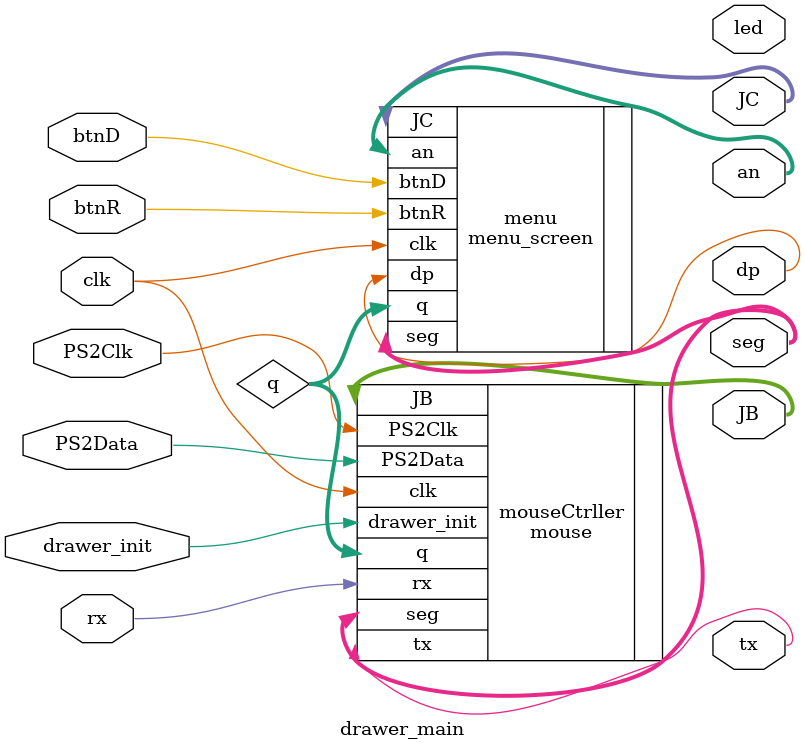
<source format=v>
`timescale 1ns / 1ps


module drawer_main(
    input rx,
    output tx,
    input drawer_init,
    inout PS2Data, 
    inout PS2Clk,
    input clk, btnD, btnR,
    output [7:0] JB,
    output [7:0] JC,
    output [3:0] an, output [6:0] seg,
    output dp, 
    output [15:0] led);
    //change here
    wire [7:0] q;
    mouse mouseCtrller(.drawer_init(drawer_init), .rx(rx), .tx(tx),
        .clk(clk), .PS2Clk(PS2Clk), .PS2Data(PS2Data),
        .JB(JB), .seg(seg),.q(q));
    
    menu_screen menu(
        .clk(clk), .btnD(btnD), .btnR(btnR), 
        .JC(JC), .an(an), 
        .seg(seg), .dp(dp),.q(q));
    

endmodule

</source>
